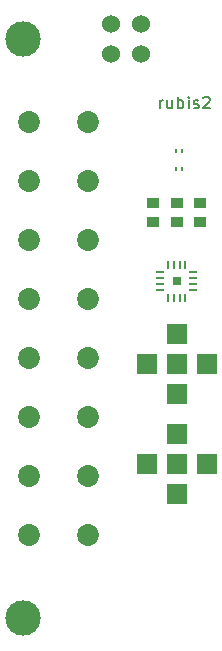
<source format=gts>
%TF.GenerationSoftware,KiCad,Pcbnew,7.0.9*%
%TF.CreationDate,2024-03-19T13:31:30+09:00*%
%TF.ProjectId,rubis2,72756269-7332-42e6-9b69-6361645f7063,rev?*%
%TF.SameCoordinates,Original*%
%TF.FileFunction,Soldermask,Top*%
%TF.FilePolarity,Negative*%
%FSLAX46Y46*%
G04 Gerber Fmt 4.6, Leading zero omitted, Abs format (unit mm)*
G04 Created by KiCad (PCBNEW 7.0.9) date 2024-03-19 13:31:30*
%MOMM*%
%LPD*%
G01*
G04 APERTURE LIST*
G04 Aperture macros list*
%AMRoundRect*
0 Rectangle with rounded corners*
0 $1 Rounding radius*
0 $2 $3 $4 $5 $6 $7 $8 $9 X,Y pos of 4 corners*
0 Add a 4 corners polygon primitive as box body*
4,1,4,$2,$3,$4,$5,$6,$7,$8,$9,$2,$3,0*
0 Add four circle primitives for the rounded corners*
1,1,$1+$1,$2,$3*
1,1,$1+$1,$4,$5*
1,1,$1+$1,$6,$7*
1,1,$1+$1,$8,$9*
0 Add four rect primitives between the rounded corners*
20,1,$1+$1,$2,$3,$4,$5,0*
20,1,$1+$1,$4,$5,$6,$7,0*
20,1,$1+$1,$6,$7,$8,$9,0*
20,1,$1+$1,$8,$9,$2,$3,0*%
G04 Aperture macros list end*
%ADD10C,0.150000*%
%ADD11C,1.854000*%
%ADD12R,1.800000X1.800000*%
%ADD13RoundRect,0.062500X0.062500X0.112500X-0.062500X0.112500X-0.062500X-0.112500X0.062500X-0.112500X0*%
%ADD14C,3.000000*%
%ADD15R,1.000000X0.950000*%
%ADD16C,1.524000*%
%ADD17RoundRect,0.060000X-0.240000X-0.060000X0.240000X-0.060000X0.240000X0.060000X-0.240000X0.060000X0*%
%ADD18RoundRect,0.060000X-0.060000X-0.240000X0.060000X-0.240000X0.060000X0.240000X-0.060000X0.240000X0*%
%ADD19R,0.800000X0.800000*%
G04 APERTURE END LIST*
D10*
X202086779Y-82369819D02*
X202086779Y-81703152D01*
X202086779Y-81893628D02*
X202134398Y-81798390D01*
X202134398Y-81798390D02*
X202182017Y-81750771D01*
X202182017Y-81750771D02*
X202277255Y-81703152D01*
X202277255Y-81703152D02*
X202372493Y-81703152D01*
X203134398Y-81703152D02*
X203134398Y-82369819D01*
X202705827Y-81703152D02*
X202705827Y-82226961D01*
X202705827Y-82226961D02*
X202753446Y-82322200D01*
X202753446Y-82322200D02*
X202848684Y-82369819D01*
X202848684Y-82369819D02*
X202991541Y-82369819D01*
X202991541Y-82369819D02*
X203086779Y-82322200D01*
X203086779Y-82322200D02*
X203134398Y-82274580D01*
X203610589Y-82369819D02*
X203610589Y-81369819D01*
X203610589Y-81750771D02*
X203705827Y-81703152D01*
X203705827Y-81703152D02*
X203896303Y-81703152D01*
X203896303Y-81703152D02*
X203991541Y-81750771D01*
X203991541Y-81750771D02*
X204039160Y-81798390D01*
X204039160Y-81798390D02*
X204086779Y-81893628D01*
X204086779Y-81893628D02*
X204086779Y-82179342D01*
X204086779Y-82179342D02*
X204039160Y-82274580D01*
X204039160Y-82274580D02*
X203991541Y-82322200D01*
X203991541Y-82322200D02*
X203896303Y-82369819D01*
X203896303Y-82369819D02*
X203705827Y-82369819D01*
X203705827Y-82369819D02*
X203610589Y-82322200D01*
X204515351Y-82369819D02*
X204515351Y-81703152D01*
X204515351Y-81369819D02*
X204467732Y-81417438D01*
X204467732Y-81417438D02*
X204515351Y-81465057D01*
X204515351Y-81465057D02*
X204562970Y-81417438D01*
X204562970Y-81417438D02*
X204515351Y-81369819D01*
X204515351Y-81369819D02*
X204515351Y-81465057D01*
X204943922Y-82322200D02*
X205039160Y-82369819D01*
X205039160Y-82369819D02*
X205229636Y-82369819D01*
X205229636Y-82369819D02*
X205324874Y-82322200D01*
X205324874Y-82322200D02*
X205372493Y-82226961D01*
X205372493Y-82226961D02*
X205372493Y-82179342D01*
X205372493Y-82179342D02*
X205324874Y-82084104D01*
X205324874Y-82084104D02*
X205229636Y-82036485D01*
X205229636Y-82036485D02*
X205086779Y-82036485D01*
X205086779Y-82036485D02*
X204991541Y-81988866D01*
X204991541Y-81988866D02*
X204943922Y-81893628D01*
X204943922Y-81893628D02*
X204943922Y-81846009D01*
X204943922Y-81846009D02*
X204991541Y-81750771D01*
X204991541Y-81750771D02*
X205086779Y-81703152D01*
X205086779Y-81703152D02*
X205229636Y-81703152D01*
X205229636Y-81703152D02*
X205324874Y-81750771D01*
X205753446Y-81465057D02*
X205801065Y-81417438D01*
X205801065Y-81417438D02*
X205896303Y-81369819D01*
X205896303Y-81369819D02*
X206134398Y-81369819D01*
X206134398Y-81369819D02*
X206229636Y-81417438D01*
X206229636Y-81417438D02*
X206277255Y-81465057D01*
X206277255Y-81465057D02*
X206324874Y-81560295D01*
X206324874Y-81560295D02*
X206324874Y-81655533D01*
X206324874Y-81655533D02*
X206277255Y-81798390D01*
X206277255Y-81798390D02*
X205705827Y-82369819D01*
X205705827Y-82369819D02*
X206324874Y-82369819D01*
D11*
%TO.C,J1*%
X196000000Y-83500000D03*
X191000000Y-83500000D03*
X196000000Y-88500000D03*
X191000000Y-88500000D03*
X196000000Y-93500000D03*
X191000000Y-93500000D03*
X196000000Y-98500000D03*
X191000000Y-98500000D03*
X196000000Y-103500000D03*
X191000000Y-103500000D03*
X196000000Y-108500000D03*
X191000000Y-108500000D03*
X196000000Y-113500000D03*
X191000000Y-113500000D03*
X196000000Y-118500000D03*
X191000000Y-118500000D03*
%TD*%
D12*
%TO.C,S2*%
X203500000Y-112500000D03*
X206040000Y-112500000D03*
X203500000Y-115040000D03*
X200960000Y-112500000D03*
X203500000Y-109960000D03*
%TD*%
D13*
%TO.C,C1*%
X204000000Y-86000000D03*
X203450000Y-86000000D03*
%TD*%
%TO.C,C2*%
X204000000Y-87500000D03*
X203450000Y-87500000D03*
%TD*%
D14*
%TO.C,REF1*%
X190500000Y-76500000D03*
%TD*%
D15*
%TO.C,R1*%
X203500000Y-90400000D03*
X203500000Y-92000000D03*
%TD*%
D16*
%TO.C,U1*%
X197910000Y-77770000D03*
X197910000Y-75230000D03*
X200450000Y-77770000D03*
X200450000Y-75230000D03*
%TD*%
D17*
%TO.C,A1*%
X202100000Y-96250000D03*
X202100000Y-96750000D03*
X202100000Y-97250000D03*
X202100000Y-97750000D03*
D18*
X202750000Y-98400000D03*
X203250000Y-98400000D03*
X203750000Y-98400000D03*
X204250000Y-98400000D03*
D17*
X204900000Y-97750000D03*
X204900000Y-97250000D03*
X204900000Y-96750000D03*
X204900000Y-96250000D03*
D18*
X204250000Y-95600000D03*
X203750000Y-95600000D03*
X203250000Y-95600000D03*
X202750000Y-95600000D03*
D19*
X203500000Y-97000000D03*
%TD*%
D15*
%TO.C,R3*%
X205500000Y-90400000D03*
X205500000Y-92000000D03*
%TD*%
%TO.C,R2*%
X201500000Y-90400000D03*
X201500000Y-92000000D03*
%TD*%
D12*
%TO.C,S1*%
X203500000Y-104000000D03*
X206040000Y-104000000D03*
X203500000Y-106540000D03*
X200960000Y-104000000D03*
X203500000Y-101460000D03*
%TD*%
D14*
%TO.C,REF2*%
X190500000Y-125500000D03*
%TD*%
M02*

</source>
